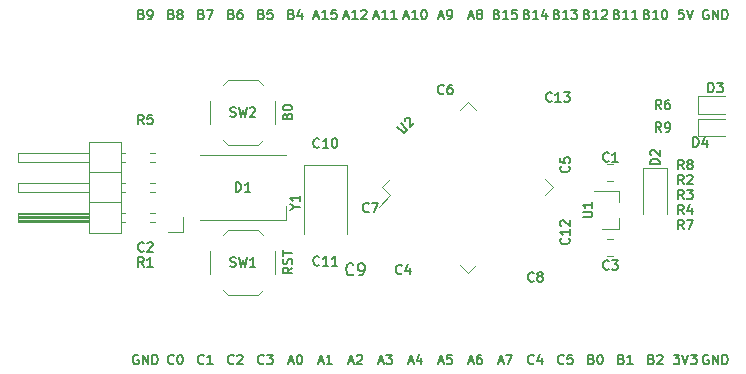
<source format=gbr>
%TF.GenerationSoftware,KiCad,Pcbnew,5.1.6+dfsg1-1*%
%TF.CreationDate,2020-08-04T18:23:16+08:00*%
%TF.ProjectId,stm32dev,73746d33-3264-4657-962e-6b696361645f,b*%
%TF.SameCoordinates,Original*%
%TF.FileFunction,Legend,Top*%
%TF.FilePolarity,Positive*%
%FSLAX46Y46*%
G04 Gerber Fmt 4.6, Leading zero omitted, Abs format (unit mm)*
G04 Created by KiCad (PCBNEW 5.1.6+dfsg1-1) date 2020-08-04 18:23:16*
%MOMM*%
%LPD*%
G01*
G04 APERTURE LIST*
%ADD10C,0.150000*%
%ADD11C,0.120000*%
G04 APERTURE END LIST*
D10*
X136467857Y-91763809D02*
X136505952Y-91649523D01*
X136544047Y-91611428D01*
X136620238Y-91573333D01*
X136734523Y-91573333D01*
X136810714Y-91611428D01*
X136848809Y-91649523D01*
X136886904Y-91725714D01*
X136886904Y-92030476D01*
X136086904Y-92030476D01*
X136086904Y-91763809D01*
X136125000Y-91687619D01*
X136163095Y-91649523D01*
X136239285Y-91611428D01*
X136315476Y-91611428D01*
X136391666Y-91649523D01*
X136429761Y-91687619D01*
X136467857Y-91763809D01*
X136467857Y-92030476D01*
X136086904Y-91078095D02*
X136086904Y-91001904D01*
X136125000Y-90925714D01*
X136163095Y-90887619D01*
X136239285Y-90849523D01*
X136391666Y-90811428D01*
X136582142Y-90811428D01*
X136734523Y-90849523D01*
X136810714Y-90887619D01*
X136848809Y-90925714D01*
X136886904Y-91001904D01*
X136886904Y-91078095D01*
X136848809Y-91154285D01*
X136810714Y-91192380D01*
X136734523Y-91230476D01*
X136582142Y-91268571D01*
X136391666Y-91268571D01*
X136239285Y-91230476D01*
X136163095Y-91192380D01*
X136125000Y-91154285D01*
X136086904Y-91078095D01*
X136886904Y-104578095D02*
X136505952Y-104844761D01*
X136886904Y-105035238D02*
X136086904Y-105035238D01*
X136086904Y-104730476D01*
X136125000Y-104654285D01*
X136163095Y-104616190D01*
X136239285Y-104578095D01*
X136353571Y-104578095D01*
X136429761Y-104616190D01*
X136467857Y-104654285D01*
X136505952Y-104730476D01*
X136505952Y-105035238D01*
X136848809Y-104273333D02*
X136886904Y-104159047D01*
X136886904Y-103968571D01*
X136848809Y-103892380D01*
X136810714Y-103854285D01*
X136734523Y-103816190D01*
X136658333Y-103816190D01*
X136582142Y-103854285D01*
X136544047Y-103892380D01*
X136505952Y-103968571D01*
X136467857Y-104120952D01*
X136429761Y-104197142D01*
X136391666Y-104235238D01*
X136315476Y-104273333D01*
X136239285Y-104273333D01*
X136163095Y-104235238D01*
X136125000Y-104197142D01*
X136086904Y-104120952D01*
X136086904Y-103930476D01*
X136125000Y-103816190D01*
X136086904Y-103587619D02*
X136086904Y-103130476D01*
X136886904Y-103359047D02*
X136086904Y-103359047D01*
X172110476Y-111995000D02*
X172034285Y-111956904D01*
X171920000Y-111956904D01*
X171805714Y-111995000D01*
X171729523Y-112071190D01*
X171691428Y-112147380D01*
X171653333Y-112299761D01*
X171653333Y-112414047D01*
X171691428Y-112566428D01*
X171729523Y-112642619D01*
X171805714Y-112718809D01*
X171920000Y-112756904D01*
X171996190Y-112756904D01*
X172110476Y-112718809D01*
X172148571Y-112680714D01*
X172148571Y-112414047D01*
X171996190Y-112414047D01*
X172491428Y-112756904D02*
X172491428Y-111956904D01*
X172948571Y-112756904D01*
X172948571Y-111956904D01*
X173329523Y-112756904D02*
X173329523Y-111956904D01*
X173520000Y-111956904D01*
X173634285Y-111995000D01*
X173710476Y-112071190D01*
X173748571Y-112147380D01*
X173786666Y-112299761D01*
X173786666Y-112414047D01*
X173748571Y-112566428D01*
X173710476Y-112642619D01*
X173634285Y-112718809D01*
X173520000Y-112756904D01*
X173329523Y-112756904D01*
X169189523Y-111956904D02*
X169684761Y-111956904D01*
X169418095Y-112261666D01*
X169532380Y-112261666D01*
X169608571Y-112299761D01*
X169646666Y-112337857D01*
X169684761Y-112414047D01*
X169684761Y-112604523D01*
X169646666Y-112680714D01*
X169608571Y-112718809D01*
X169532380Y-112756904D01*
X169303809Y-112756904D01*
X169227619Y-112718809D01*
X169189523Y-112680714D01*
X169913333Y-111956904D02*
X170180000Y-112756904D01*
X170446666Y-111956904D01*
X170637142Y-111956904D02*
X171132380Y-111956904D01*
X170865714Y-112261666D01*
X170980000Y-112261666D01*
X171056190Y-112299761D01*
X171094285Y-112337857D01*
X171132380Y-112414047D01*
X171132380Y-112604523D01*
X171094285Y-112680714D01*
X171056190Y-112718809D01*
X170980000Y-112756904D01*
X170751428Y-112756904D01*
X170675238Y-112718809D01*
X170637142Y-112680714D01*
X167316190Y-112337857D02*
X167430476Y-112375952D01*
X167468571Y-112414047D01*
X167506666Y-112490238D01*
X167506666Y-112604523D01*
X167468571Y-112680714D01*
X167430476Y-112718809D01*
X167354285Y-112756904D01*
X167049523Y-112756904D01*
X167049523Y-111956904D01*
X167316190Y-111956904D01*
X167392380Y-111995000D01*
X167430476Y-112033095D01*
X167468571Y-112109285D01*
X167468571Y-112185476D01*
X167430476Y-112261666D01*
X167392380Y-112299761D01*
X167316190Y-112337857D01*
X167049523Y-112337857D01*
X167811428Y-112033095D02*
X167849523Y-111995000D01*
X167925714Y-111956904D01*
X168116190Y-111956904D01*
X168192380Y-111995000D01*
X168230476Y-112033095D01*
X168268571Y-112109285D01*
X168268571Y-112185476D01*
X168230476Y-112299761D01*
X167773333Y-112756904D01*
X168268571Y-112756904D01*
X164776190Y-112337857D02*
X164890476Y-112375952D01*
X164928571Y-112414047D01*
X164966666Y-112490238D01*
X164966666Y-112604523D01*
X164928571Y-112680714D01*
X164890476Y-112718809D01*
X164814285Y-112756904D01*
X164509523Y-112756904D01*
X164509523Y-111956904D01*
X164776190Y-111956904D01*
X164852380Y-111995000D01*
X164890476Y-112033095D01*
X164928571Y-112109285D01*
X164928571Y-112185476D01*
X164890476Y-112261666D01*
X164852380Y-112299761D01*
X164776190Y-112337857D01*
X164509523Y-112337857D01*
X165728571Y-112756904D02*
X165271428Y-112756904D01*
X165500000Y-112756904D02*
X165500000Y-111956904D01*
X165423809Y-112071190D01*
X165347619Y-112147380D01*
X165271428Y-112185476D01*
X162236190Y-112337857D02*
X162350476Y-112375952D01*
X162388571Y-112414047D01*
X162426666Y-112490238D01*
X162426666Y-112604523D01*
X162388571Y-112680714D01*
X162350476Y-112718809D01*
X162274285Y-112756904D01*
X161969523Y-112756904D01*
X161969523Y-111956904D01*
X162236190Y-111956904D01*
X162312380Y-111995000D01*
X162350476Y-112033095D01*
X162388571Y-112109285D01*
X162388571Y-112185476D01*
X162350476Y-112261666D01*
X162312380Y-112299761D01*
X162236190Y-112337857D01*
X161969523Y-112337857D01*
X162921904Y-111956904D02*
X162998095Y-111956904D01*
X163074285Y-111995000D01*
X163112380Y-112033095D01*
X163150476Y-112109285D01*
X163188571Y-112261666D01*
X163188571Y-112452142D01*
X163150476Y-112604523D01*
X163112380Y-112680714D01*
X163074285Y-112718809D01*
X162998095Y-112756904D01*
X162921904Y-112756904D01*
X162845714Y-112718809D01*
X162807619Y-112680714D01*
X162769523Y-112604523D01*
X162731428Y-112452142D01*
X162731428Y-112261666D01*
X162769523Y-112109285D01*
X162807619Y-112033095D01*
X162845714Y-111995000D01*
X162921904Y-111956904D01*
X159886666Y-112680714D02*
X159848571Y-112718809D01*
X159734285Y-112756904D01*
X159658095Y-112756904D01*
X159543809Y-112718809D01*
X159467619Y-112642619D01*
X159429523Y-112566428D01*
X159391428Y-112414047D01*
X159391428Y-112299761D01*
X159429523Y-112147380D01*
X159467619Y-112071190D01*
X159543809Y-111995000D01*
X159658095Y-111956904D01*
X159734285Y-111956904D01*
X159848571Y-111995000D01*
X159886666Y-112033095D01*
X160610476Y-111956904D02*
X160229523Y-111956904D01*
X160191428Y-112337857D01*
X160229523Y-112299761D01*
X160305714Y-112261666D01*
X160496190Y-112261666D01*
X160572380Y-112299761D01*
X160610476Y-112337857D01*
X160648571Y-112414047D01*
X160648571Y-112604523D01*
X160610476Y-112680714D01*
X160572380Y-112718809D01*
X160496190Y-112756904D01*
X160305714Y-112756904D01*
X160229523Y-112718809D01*
X160191428Y-112680714D01*
X157346666Y-112680714D02*
X157308571Y-112718809D01*
X157194285Y-112756904D01*
X157118095Y-112756904D01*
X157003809Y-112718809D01*
X156927619Y-112642619D01*
X156889523Y-112566428D01*
X156851428Y-112414047D01*
X156851428Y-112299761D01*
X156889523Y-112147380D01*
X156927619Y-112071190D01*
X157003809Y-111995000D01*
X157118095Y-111956904D01*
X157194285Y-111956904D01*
X157308571Y-111995000D01*
X157346666Y-112033095D01*
X158032380Y-112223571D02*
X158032380Y-112756904D01*
X157841904Y-111918809D02*
X157651428Y-112490238D01*
X158146666Y-112490238D01*
X154368571Y-112528333D02*
X154749523Y-112528333D01*
X154292380Y-112756904D02*
X154559047Y-111956904D01*
X154825714Y-112756904D01*
X155016190Y-111956904D02*
X155549523Y-111956904D01*
X155206666Y-112756904D01*
X151828571Y-112528333D02*
X152209523Y-112528333D01*
X151752380Y-112756904D02*
X152019047Y-111956904D01*
X152285714Y-112756904D01*
X152895238Y-111956904D02*
X152742857Y-111956904D01*
X152666666Y-111995000D01*
X152628571Y-112033095D01*
X152552380Y-112147380D01*
X152514285Y-112299761D01*
X152514285Y-112604523D01*
X152552380Y-112680714D01*
X152590476Y-112718809D01*
X152666666Y-112756904D01*
X152819047Y-112756904D01*
X152895238Y-112718809D01*
X152933333Y-112680714D01*
X152971428Y-112604523D01*
X152971428Y-112414047D01*
X152933333Y-112337857D01*
X152895238Y-112299761D01*
X152819047Y-112261666D01*
X152666666Y-112261666D01*
X152590476Y-112299761D01*
X152552380Y-112337857D01*
X152514285Y-112414047D01*
X149288571Y-112528333D02*
X149669523Y-112528333D01*
X149212380Y-112756904D02*
X149479047Y-111956904D01*
X149745714Y-112756904D01*
X150393333Y-111956904D02*
X150012380Y-111956904D01*
X149974285Y-112337857D01*
X150012380Y-112299761D01*
X150088571Y-112261666D01*
X150279047Y-112261666D01*
X150355238Y-112299761D01*
X150393333Y-112337857D01*
X150431428Y-112414047D01*
X150431428Y-112604523D01*
X150393333Y-112680714D01*
X150355238Y-112718809D01*
X150279047Y-112756904D01*
X150088571Y-112756904D01*
X150012380Y-112718809D01*
X149974285Y-112680714D01*
X146748571Y-112528333D02*
X147129523Y-112528333D01*
X146672380Y-112756904D02*
X146939047Y-111956904D01*
X147205714Y-112756904D01*
X147815238Y-112223571D02*
X147815238Y-112756904D01*
X147624761Y-111918809D02*
X147434285Y-112490238D01*
X147929523Y-112490238D01*
X144208571Y-112528333D02*
X144589523Y-112528333D01*
X144132380Y-112756904D02*
X144399047Y-111956904D01*
X144665714Y-112756904D01*
X144856190Y-111956904D02*
X145351428Y-111956904D01*
X145084761Y-112261666D01*
X145199047Y-112261666D01*
X145275238Y-112299761D01*
X145313333Y-112337857D01*
X145351428Y-112414047D01*
X145351428Y-112604523D01*
X145313333Y-112680714D01*
X145275238Y-112718809D01*
X145199047Y-112756904D01*
X144970476Y-112756904D01*
X144894285Y-112718809D01*
X144856190Y-112680714D01*
X141668571Y-112528333D02*
X142049523Y-112528333D01*
X141592380Y-112756904D02*
X141859047Y-111956904D01*
X142125714Y-112756904D01*
X142354285Y-112033095D02*
X142392380Y-111995000D01*
X142468571Y-111956904D01*
X142659047Y-111956904D01*
X142735238Y-111995000D01*
X142773333Y-112033095D01*
X142811428Y-112109285D01*
X142811428Y-112185476D01*
X142773333Y-112299761D01*
X142316190Y-112756904D01*
X142811428Y-112756904D01*
X166935238Y-83127857D02*
X167049523Y-83165952D01*
X167087619Y-83204047D01*
X167125714Y-83280238D01*
X167125714Y-83394523D01*
X167087619Y-83470714D01*
X167049523Y-83508809D01*
X166973333Y-83546904D01*
X166668571Y-83546904D01*
X166668571Y-82746904D01*
X166935238Y-82746904D01*
X167011428Y-82785000D01*
X167049523Y-82823095D01*
X167087619Y-82899285D01*
X167087619Y-82975476D01*
X167049523Y-83051666D01*
X167011428Y-83089761D01*
X166935238Y-83127857D01*
X166668571Y-83127857D01*
X167887619Y-83546904D02*
X167430476Y-83546904D01*
X167659047Y-83546904D02*
X167659047Y-82746904D01*
X167582857Y-82861190D01*
X167506666Y-82937380D01*
X167430476Y-82975476D01*
X168382857Y-82746904D02*
X168459047Y-82746904D01*
X168535238Y-82785000D01*
X168573333Y-82823095D01*
X168611428Y-82899285D01*
X168649523Y-83051666D01*
X168649523Y-83242142D01*
X168611428Y-83394523D01*
X168573333Y-83470714D01*
X168535238Y-83508809D01*
X168459047Y-83546904D01*
X168382857Y-83546904D01*
X168306666Y-83508809D01*
X168268571Y-83470714D01*
X168230476Y-83394523D01*
X168192380Y-83242142D01*
X168192380Y-83051666D01*
X168230476Y-82899285D01*
X168268571Y-82823095D01*
X168306666Y-82785000D01*
X168382857Y-82746904D01*
X164395238Y-83127857D02*
X164509523Y-83165952D01*
X164547619Y-83204047D01*
X164585714Y-83280238D01*
X164585714Y-83394523D01*
X164547619Y-83470714D01*
X164509523Y-83508809D01*
X164433333Y-83546904D01*
X164128571Y-83546904D01*
X164128571Y-82746904D01*
X164395238Y-82746904D01*
X164471428Y-82785000D01*
X164509523Y-82823095D01*
X164547619Y-82899285D01*
X164547619Y-82975476D01*
X164509523Y-83051666D01*
X164471428Y-83089761D01*
X164395238Y-83127857D01*
X164128571Y-83127857D01*
X165347619Y-83546904D02*
X164890476Y-83546904D01*
X165119047Y-83546904D02*
X165119047Y-82746904D01*
X165042857Y-82861190D01*
X164966666Y-82937380D01*
X164890476Y-82975476D01*
X166109523Y-83546904D02*
X165652380Y-83546904D01*
X165880952Y-83546904D02*
X165880952Y-82746904D01*
X165804761Y-82861190D01*
X165728571Y-82937380D01*
X165652380Y-82975476D01*
X161855238Y-83127857D02*
X161969523Y-83165952D01*
X162007619Y-83204047D01*
X162045714Y-83280238D01*
X162045714Y-83394523D01*
X162007619Y-83470714D01*
X161969523Y-83508809D01*
X161893333Y-83546904D01*
X161588571Y-83546904D01*
X161588571Y-82746904D01*
X161855238Y-82746904D01*
X161931428Y-82785000D01*
X161969523Y-82823095D01*
X162007619Y-82899285D01*
X162007619Y-82975476D01*
X161969523Y-83051666D01*
X161931428Y-83089761D01*
X161855238Y-83127857D01*
X161588571Y-83127857D01*
X162807619Y-83546904D02*
X162350476Y-83546904D01*
X162579047Y-83546904D02*
X162579047Y-82746904D01*
X162502857Y-82861190D01*
X162426666Y-82937380D01*
X162350476Y-82975476D01*
X163112380Y-82823095D02*
X163150476Y-82785000D01*
X163226666Y-82746904D01*
X163417142Y-82746904D01*
X163493333Y-82785000D01*
X163531428Y-82823095D01*
X163569523Y-82899285D01*
X163569523Y-82975476D01*
X163531428Y-83089761D01*
X163074285Y-83546904D01*
X163569523Y-83546904D01*
X159315238Y-83127857D02*
X159429523Y-83165952D01*
X159467619Y-83204047D01*
X159505714Y-83280238D01*
X159505714Y-83394523D01*
X159467619Y-83470714D01*
X159429523Y-83508809D01*
X159353333Y-83546904D01*
X159048571Y-83546904D01*
X159048571Y-82746904D01*
X159315238Y-82746904D01*
X159391428Y-82785000D01*
X159429523Y-82823095D01*
X159467619Y-82899285D01*
X159467619Y-82975476D01*
X159429523Y-83051666D01*
X159391428Y-83089761D01*
X159315238Y-83127857D01*
X159048571Y-83127857D01*
X160267619Y-83546904D02*
X159810476Y-83546904D01*
X160039047Y-83546904D02*
X160039047Y-82746904D01*
X159962857Y-82861190D01*
X159886666Y-82937380D01*
X159810476Y-82975476D01*
X160534285Y-82746904D02*
X161029523Y-82746904D01*
X160762857Y-83051666D01*
X160877142Y-83051666D01*
X160953333Y-83089761D01*
X160991428Y-83127857D01*
X161029523Y-83204047D01*
X161029523Y-83394523D01*
X160991428Y-83470714D01*
X160953333Y-83508809D01*
X160877142Y-83546904D01*
X160648571Y-83546904D01*
X160572380Y-83508809D01*
X160534285Y-83470714D01*
X156775238Y-83127857D02*
X156889523Y-83165952D01*
X156927619Y-83204047D01*
X156965714Y-83280238D01*
X156965714Y-83394523D01*
X156927619Y-83470714D01*
X156889523Y-83508809D01*
X156813333Y-83546904D01*
X156508571Y-83546904D01*
X156508571Y-82746904D01*
X156775238Y-82746904D01*
X156851428Y-82785000D01*
X156889523Y-82823095D01*
X156927619Y-82899285D01*
X156927619Y-82975476D01*
X156889523Y-83051666D01*
X156851428Y-83089761D01*
X156775238Y-83127857D01*
X156508571Y-83127857D01*
X157727619Y-83546904D02*
X157270476Y-83546904D01*
X157499047Y-83546904D02*
X157499047Y-82746904D01*
X157422857Y-82861190D01*
X157346666Y-82937380D01*
X157270476Y-82975476D01*
X158413333Y-83013571D02*
X158413333Y-83546904D01*
X158222857Y-82708809D02*
X158032380Y-83280238D01*
X158527619Y-83280238D01*
X154235238Y-83127857D02*
X154349523Y-83165952D01*
X154387619Y-83204047D01*
X154425714Y-83280238D01*
X154425714Y-83394523D01*
X154387619Y-83470714D01*
X154349523Y-83508809D01*
X154273333Y-83546904D01*
X153968571Y-83546904D01*
X153968571Y-82746904D01*
X154235238Y-82746904D01*
X154311428Y-82785000D01*
X154349523Y-82823095D01*
X154387619Y-82899285D01*
X154387619Y-82975476D01*
X154349523Y-83051666D01*
X154311428Y-83089761D01*
X154235238Y-83127857D01*
X153968571Y-83127857D01*
X155187619Y-83546904D02*
X154730476Y-83546904D01*
X154959047Y-83546904D02*
X154959047Y-82746904D01*
X154882857Y-82861190D01*
X154806666Y-82937380D01*
X154730476Y-82975476D01*
X155911428Y-82746904D02*
X155530476Y-82746904D01*
X155492380Y-83127857D01*
X155530476Y-83089761D01*
X155606666Y-83051666D01*
X155797142Y-83051666D01*
X155873333Y-83089761D01*
X155911428Y-83127857D01*
X155949523Y-83204047D01*
X155949523Y-83394523D01*
X155911428Y-83470714D01*
X155873333Y-83508809D01*
X155797142Y-83546904D01*
X155606666Y-83546904D01*
X155530476Y-83508809D01*
X155492380Y-83470714D01*
X151828571Y-83318333D02*
X152209523Y-83318333D01*
X151752380Y-83546904D02*
X152019047Y-82746904D01*
X152285714Y-83546904D01*
X152666666Y-83089761D02*
X152590476Y-83051666D01*
X152552380Y-83013571D01*
X152514285Y-82937380D01*
X152514285Y-82899285D01*
X152552380Y-82823095D01*
X152590476Y-82785000D01*
X152666666Y-82746904D01*
X152819047Y-82746904D01*
X152895238Y-82785000D01*
X152933333Y-82823095D01*
X152971428Y-82899285D01*
X152971428Y-82937380D01*
X152933333Y-83013571D01*
X152895238Y-83051666D01*
X152819047Y-83089761D01*
X152666666Y-83089761D01*
X152590476Y-83127857D01*
X152552380Y-83165952D01*
X152514285Y-83242142D01*
X152514285Y-83394523D01*
X152552380Y-83470714D01*
X152590476Y-83508809D01*
X152666666Y-83546904D01*
X152819047Y-83546904D01*
X152895238Y-83508809D01*
X152933333Y-83470714D01*
X152971428Y-83394523D01*
X152971428Y-83242142D01*
X152933333Y-83165952D01*
X152895238Y-83127857D01*
X152819047Y-83089761D01*
X149288571Y-83318333D02*
X149669523Y-83318333D01*
X149212380Y-83546904D02*
X149479047Y-82746904D01*
X149745714Y-83546904D01*
X150050476Y-83546904D02*
X150202857Y-83546904D01*
X150279047Y-83508809D01*
X150317142Y-83470714D01*
X150393333Y-83356428D01*
X150431428Y-83204047D01*
X150431428Y-82899285D01*
X150393333Y-82823095D01*
X150355238Y-82785000D01*
X150279047Y-82746904D01*
X150126666Y-82746904D01*
X150050476Y-82785000D01*
X150012380Y-82823095D01*
X149974285Y-82899285D01*
X149974285Y-83089761D01*
X150012380Y-83165952D01*
X150050476Y-83204047D01*
X150126666Y-83242142D01*
X150279047Y-83242142D01*
X150355238Y-83204047D01*
X150393333Y-83165952D01*
X150431428Y-83089761D01*
X146367619Y-83318333D02*
X146748571Y-83318333D01*
X146291428Y-83546904D02*
X146558095Y-82746904D01*
X146824761Y-83546904D01*
X147510476Y-83546904D02*
X147053333Y-83546904D01*
X147281904Y-83546904D02*
X147281904Y-82746904D01*
X147205714Y-82861190D01*
X147129523Y-82937380D01*
X147053333Y-82975476D01*
X148005714Y-82746904D02*
X148081904Y-82746904D01*
X148158095Y-82785000D01*
X148196190Y-82823095D01*
X148234285Y-82899285D01*
X148272380Y-83051666D01*
X148272380Y-83242142D01*
X148234285Y-83394523D01*
X148196190Y-83470714D01*
X148158095Y-83508809D01*
X148081904Y-83546904D01*
X148005714Y-83546904D01*
X147929523Y-83508809D01*
X147891428Y-83470714D01*
X147853333Y-83394523D01*
X147815238Y-83242142D01*
X147815238Y-83051666D01*
X147853333Y-82899285D01*
X147891428Y-82823095D01*
X147929523Y-82785000D01*
X148005714Y-82746904D01*
X143827619Y-83318333D02*
X144208571Y-83318333D01*
X143751428Y-83546904D02*
X144018095Y-82746904D01*
X144284761Y-83546904D01*
X144970476Y-83546904D02*
X144513333Y-83546904D01*
X144741904Y-83546904D02*
X144741904Y-82746904D01*
X144665714Y-82861190D01*
X144589523Y-82937380D01*
X144513333Y-82975476D01*
X145732380Y-83546904D02*
X145275238Y-83546904D01*
X145503809Y-83546904D02*
X145503809Y-82746904D01*
X145427619Y-82861190D01*
X145351428Y-82937380D01*
X145275238Y-82975476D01*
X141287619Y-83318333D02*
X141668571Y-83318333D01*
X141211428Y-83546904D02*
X141478095Y-82746904D01*
X141744761Y-83546904D01*
X142430476Y-83546904D02*
X141973333Y-83546904D01*
X142201904Y-83546904D02*
X142201904Y-82746904D01*
X142125714Y-82861190D01*
X142049523Y-82937380D01*
X141973333Y-82975476D01*
X142735238Y-82823095D02*
X142773333Y-82785000D01*
X142849523Y-82746904D01*
X143040000Y-82746904D01*
X143116190Y-82785000D01*
X143154285Y-82823095D01*
X143192380Y-82899285D01*
X143192380Y-82975476D01*
X143154285Y-83089761D01*
X142697142Y-83546904D01*
X143192380Y-83546904D01*
X138747619Y-83318333D02*
X139128571Y-83318333D01*
X138671428Y-83546904D02*
X138938095Y-82746904D01*
X139204761Y-83546904D01*
X139890476Y-83546904D02*
X139433333Y-83546904D01*
X139661904Y-83546904D02*
X139661904Y-82746904D01*
X139585714Y-82861190D01*
X139509523Y-82937380D01*
X139433333Y-82975476D01*
X140614285Y-82746904D02*
X140233333Y-82746904D01*
X140195238Y-83127857D01*
X140233333Y-83089761D01*
X140309523Y-83051666D01*
X140500000Y-83051666D01*
X140576190Y-83089761D01*
X140614285Y-83127857D01*
X140652380Y-83204047D01*
X140652380Y-83394523D01*
X140614285Y-83470714D01*
X140576190Y-83508809D01*
X140500000Y-83546904D01*
X140309523Y-83546904D01*
X140233333Y-83508809D01*
X140195238Y-83470714D01*
X136836190Y-83127857D02*
X136950476Y-83165952D01*
X136988571Y-83204047D01*
X137026666Y-83280238D01*
X137026666Y-83394523D01*
X136988571Y-83470714D01*
X136950476Y-83508809D01*
X136874285Y-83546904D01*
X136569523Y-83546904D01*
X136569523Y-82746904D01*
X136836190Y-82746904D01*
X136912380Y-82785000D01*
X136950476Y-82823095D01*
X136988571Y-82899285D01*
X136988571Y-82975476D01*
X136950476Y-83051666D01*
X136912380Y-83089761D01*
X136836190Y-83127857D01*
X136569523Y-83127857D01*
X137712380Y-83013571D02*
X137712380Y-83546904D01*
X137521904Y-82708809D02*
X137331428Y-83280238D01*
X137826666Y-83280238D01*
X134296190Y-83127857D02*
X134410476Y-83165952D01*
X134448571Y-83204047D01*
X134486666Y-83280238D01*
X134486666Y-83394523D01*
X134448571Y-83470714D01*
X134410476Y-83508809D01*
X134334285Y-83546904D01*
X134029523Y-83546904D01*
X134029523Y-82746904D01*
X134296190Y-82746904D01*
X134372380Y-82785000D01*
X134410476Y-82823095D01*
X134448571Y-82899285D01*
X134448571Y-82975476D01*
X134410476Y-83051666D01*
X134372380Y-83089761D01*
X134296190Y-83127857D01*
X134029523Y-83127857D01*
X135210476Y-82746904D02*
X134829523Y-82746904D01*
X134791428Y-83127857D01*
X134829523Y-83089761D01*
X134905714Y-83051666D01*
X135096190Y-83051666D01*
X135172380Y-83089761D01*
X135210476Y-83127857D01*
X135248571Y-83204047D01*
X135248571Y-83394523D01*
X135210476Y-83470714D01*
X135172380Y-83508809D01*
X135096190Y-83546904D01*
X134905714Y-83546904D01*
X134829523Y-83508809D01*
X134791428Y-83470714D01*
X131756190Y-83127857D02*
X131870476Y-83165952D01*
X131908571Y-83204047D01*
X131946666Y-83280238D01*
X131946666Y-83394523D01*
X131908571Y-83470714D01*
X131870476Y-83508809D01*
X131794285Y-83546904D01*
X131489523Y-83546904D01*
X131489523Y-82746904D01*
X131756190Y-82746904D01*
X131832380Y-82785000D01*
X131870476Y-82823095D01*
X131908571Y-82899285D01*
X131908571Y-82975476D01*
X131870476Y-83051666D01*
X131832380Y-83089761D01*
X131756190Y-83127857D01*
X131489523Y-83127857D01*
X132632380Y-82746904D02*
X132480000Y-82746904D01*
X132403809Y-82785000D01*
X132365714Y-82823095D01*
X132289523Y-82937380D01*
X132251428Y-83089761D01*
X132251428Y-83394523D01*
X132289523Y-83470714D01*
X132327619Y-83508809D01*
X132403809Y-83546904D01*
X132556190Y-83546904D01*
X132632380Y-83508809D01*
X132670476Y-83470714D01*
X132708571Y-83394523D01*
X132708571Y-83204047D01*
X132670476Y-83127857D01*
X132632380Y-83089761D01*
X132556190Y-83051666D01*
X132403809Y-83051666D01*
X132327619Y-83089761D01*
X132289523Y-83127857D01*
X132251428Y-83204047D01*
X129216190Y-83127857D02*
X129330476Y-83165952D01*
X129368571Y-83204047D01*
X129406666Y-83280238D01*
X129406666Y-83394523D01*
X129368571Y-83470714D01*
X129330476Y-83508809D01*
X129254285Y-83546904D01*
X128949523Y-83546904D01*
X128949523Y-82746904D01*
X129216190Y-82746904D01*
X129292380Y-82785000D01*
X129330476Y-82823095D01*
X129368571Y-82899285D01*
X129368571Y-82975476D01*
X129330476Y-83051666D01*
X129292380Y-83089761D01*
X129216190Y-83127857D01*
X128949523Y-83127857D01*
X129673333Y-82746904D02*
X130206666Y-82746904D01*
X129863809Y-83546904D01*
X139128571Y-112528333D02*
X139509523Y-112528333D01*
X139052380Y-112756904D02*
X139319047Y-111956904D01*
X139585714Y-112756904D01*
X140271428Y-112756904D02*
X139814285Y-112756904D01*
X140042857Y-112756904D02*
X140042857Y-111956904D01*
X139966666Y-112071190D01*
X139890476Y-112147380D01*
X139814285Y-112185476D01*
X136588571Y-112528333D02*
X136969523Y-112528333D01*
X136512380Y-112756904D02*
X136779047Y-111956904D01*
X137045714Y-112756904D01*
X137464761Y-111956904D02*
X137540952Y-111956904D01*
X137617142Y-111995000D01*
X137655238Y-112033095D01*
X137693333Y-112109285D01*
X137731428Y-112261666D01*
X137731428Y-112452142D01*
X137693333Y-112604523D01*
X137655238Y-112680714D01*
X137617142Y-112718809D01*
X137540952Y-112756904D01*
X137464761Y-112756904D01*
X137388571Y-112718809D01*
X137350476Y-112680714D01*
X137312380Y-112604523D01*
X137274285Y-112452142D01*
X137274285Y-112261666D01*
X137312380Y-112109285D01*
X137350476Y-112033095D01*
X137388571Y-111995000D01*
X137464761Y-111956904D01*
X134486666Y-112680714D02*
X134448571Y-112718809D01*
X134334285Y-112756904D01*
X134258095Y-112756904D01*
X134143809Y-112718809D01*
X134067619Y-112642619D01*
X134029523Y-112566428D01*
X133991428Y-112414047D01*
X133991428Y-112299761D01*
X134029523Y-112147380D01*
X134067619Y-112071190D01*
X134143809Y-111995000D01*
X134258095Y-111956904D01*
X134334285Y-111956904D01*
X134448571Y-111995000D01*
X134486666Y-112033095D01*
X134753333Y-111956904D02*
X135248571Y-111956904D01*
X134981904Y-112261666D01*
X135096190Y-112261666D01*
X135172380Y-112299761D01*
X135210476Y-112337857D01*
X135248571Y-112414047D01*
X135248571Y-112604523D01*
X135210476Y-112680714D01*
X135172380Y-112718809D01*
X135096190Y-112756904D01*
X134867619Y-112756904D01*
X134791428Y-112718809D01*
X134753333Y-112680714D01*
X131946666Y-112680714D02*
X131908571Y-112718809D01*
X131794285Y-112756904D01*
X131718095Y-112756904D01*
X131603809Y-112718809D01*
X131527619Y-112642619D01*
X131489523Y-112566428D01*
X131451428Y-112414047D01*
X131451428Y-112299761D01*
X131489523Y-112147380D01*
X131527619Y-112071190D01*
X131603809Y-111995000D01*
X131718095Y-111956904D01*
X131794285Y-111956904D01*
X131908571Y-111995000D01*
X131946666Y-112033095D01*
X132251428Y-112033095D02*
X132289523Y-111995000D01*
X132365714Y-111956904D01*
X132556190Y-111956904D01*
X132632380Y-111995000D01*
X132670476Y-112033095D01*
X132708571Y-112109285D01*
X132708571Y-112185476D01*
X132670476Y-112299761D01*
X132213333Y-112756904D01*
X132708571Y-112756904D01*
X129406666Y-112680714D02*
X129368571Y-112718809D01*
X129254285Y-112756904D01*
X129178095Y-112756904D01*
X129063809Y-112718809D01*
X128987619Y-112642619D01*
X128949523Y-112566428D01*
X128911428Y-112414047D01*
X128911428Y-112299761D01*
X128949523Y-112147380D01*
X128987619Y-112071190D01*
X129063809Y-111995000D01*
X129178095Y-111956904D01*
X129254285Y-111956904D01*
X129368571Y-111995000D01*
X129406666Y-112033095D01*
X130168571Y-112756904D02*
X129711428Y-112756904D01*
X129940000Y-112756904D02*
X129940000Y-111956904D01*
X129863809Y-112071190D01*
X129787619Y-112147380D01*
X129711428Y-112185476D01*
X126866666Y-112680714D02*
X126828571Y-112718809D01*
X126714285Y-112756904D01*
X126638095Y-112756904D01*
X126523809Y-112718809D01*
X126447619Y-112642619D01*
X126409523Y-112566428D01*
X126371428Y-112414047D01*
X126371428Y-112299761D01*
X126409523Y-112147380D01*
X126447619Y-112071190D01*
X126523809Y-111995000D01*
X126638095Y-111956904D01*
X126714285Y-111956904D01*
X126828571Y-111995000D01*
X126866666Y-112033095D01*
X127361904Y-111956904D02*
X127438095Y-111956904D01*
X127514285Y-111995000D01*
X127552380Y-112033095D01*
X127590476Y-112109285D01*
X127628571Y-112261666D01*
X127628571Y-112452142D01*
X127590476Y-112604523D01*
X127552380Y-112680714D01*
X127514285Y-112718809D01*
X127438095Y-112756904D01*
X127361904Y-112756904D01*
X127285714Y-112718809D01*
X127247619Y-112680714D01*
X127209523Y-112604523D01*
X127171428Y-112452142D01*
X127171428Y-112261666D01*
X127209523Y-112109285D01*
X127247619Y-112033095D01*
X127285714Y-111995000D01*
X127361904Y-111956904D01*
X123850476Y-111995000D02*
X123774285Y-111956904D01*
X123660000Y-111956904D01*
X123545714Y-111995000D01*
X123469523Y-112071190D01*
X123431428Y-112147380D01*
X123393333Y-112299761D01*
X123393333Y-112414047D01*
X123431428Y-112566428D01*
X123469523Y-112642619D01*
X123545714Y-112718809D01*
X123660000Y-112756904D01*
X123736190Y-112756904D01*
X123850476Y-112718809D01*
X123888571Y-112680714D01*
X123888571Y-112414047D01*
X123736190Y-112414047D01*
X124231428Y-112756904D02*
X124231428Y-111956904D01*
X124688571Y-112756904D01*
X124688571Y-111956904D01*
X125069523Y-112756904D02*
X125069523Y-111956904D01*
X125260000Y-111956904D01*
X125374285Y-111995000D01*
X125450476Y-112071190D01*
X125488571Y-112147380D01*
X125526666Y-112299761D01*
X125526666Y-112414047D01*
X125488571Y-112566428D01*
X125450476Y-112642619D01*
X125374285Y-112718809D01*
X125260000Y-112756904D01*
X125069523Y-112756904D01*
X126676190Y-83127857D02*
X126790476Y-83165952D01*
X126828571Y-83204047D01*
X126866666Y-83280238D01*
X126866666Y-83394523D01*
X126828571Y-83470714D01*
X126790476Y-83508809D01*
X126714285Y-83546904D01*
X126409523Y-83546904D01*
X126409523Y-82746904D01*
X126676190Y-82746904D01*
X126752380Y-82785000D01*
X126790476Y-82823095D01*
X126828571Y-82899285D01*
X126828571Y-82975476D01*
X126790476Y-83051666D01*
X126752380Y-83089761D01*
X126676190Y-83127857D01*
X126409523Y-83127857D01*
X127323809Y-83089761D02*
X127247619Y-83051666D01*
X127209523Y-83013571D01*
X127171428Y-82937380D01*
X127171428Y-82899285D01*
X127209523Y-82823095D01*
X127247619Y-82785000D01*
X127323809Y-82746904D01*
X127476190Y-82746904D01*
X127552380Y-82785000D01*
X127590476Y-82823095D01*
X127628571Y-82899285D01*
X127628571Y-82937380D01*
X127590476Y-83013571D01*
X127552380Y-83051666D01*
X127476190Y-83089761D01*
X127323809Y-83089761D01*
X127247619Y-83127857D01*
X127209523Y-83165952D01*
X127171428Y-83242142D01*
X127171428Y-83394523D01*
X127209523Y-83470714D01*
X127247619Y-83508809D01*
X127323809Y-83546904D01*
X127476190Y-83546904D01*
X127552380Y-83508809D01*
X127590476Y-83470714D01*
X127628571Y-83394523D01*
X127628571Y-83242142D01*
X127590476Y-83165952D01*
X127552380Y-83127857D01*
X127476190Y-83089761D01*
X124136190Y-83127857D02*
X124250476Y-83165952D01*
X124288571Y-83204047D01*
X124326666Y-83280238D01*
X124326666Y-83394523D01*
X124288571Y-83470714D01*
X124250476Y-83508809D01*
X124174285Y-83546904D01*
X123869523Y-83546904D01*
X123869523Y-82746904D01*
X124136190Y-82746904D01*
X124212380Y-82785000D01*
X124250476Y-82823095D01*
X124288571Y-82899285D01*
X124288571Y-82975476D01*
X124250476Y-83051666D01*
X124212380Y-83089761D01*
X124136190Y-83127857D01*
X123869523Y-83127857D01*
X124707619Y-83546904D02*
X124860000Y-83546904D01*
X124936190Y-83508809D01*
X124974285Y-83470714D01*
X125050476Y-83356428D01*
X125088571Y-83204047D01*
X125088571Y-82899285D01*
X125050476Y-82823095D01*
X125012380Y-82785000D01*
X124936190Y-82746904D01*
X124783809Y-82746904D01*
X124707619Y-82785000D01*
X124669523Y-82823095D01*
X124631428Y-82899285D01*
X124631428Y-83089761D01*
X124669523Y-83165952D01*
X124707619Y-83204047D01*
X124783809Y-83242142D01*
X124936190Y-83242142D01*
X125012380Y-83204047D01*
X125050476Y-83165952D01*
X125088571Y-83089761D01*
X170027619Y-82746904D02*
X169646666Y-82746904D01*
X169608571Y-83127857D01*
X169646666Y-83089761D01*
X169722857Y-83051666D01*
X169913333Y-83051666D01*
X169989523Y-83089761D01*
X170027619Y-83127857D01*
X170065714Y-83204047D01*
X170065714Y-83394523D01*
X170027619Y-83470714D01*
X169989523Y-83508809D01*
X169913333Y-83546904D01*
X169722857Y-83546904D01*
X169646666Y-83508809D01*
X169608571Y-83470714D01*
X170294285Y-82746904D02*
X170560952Y-83546904D01*
X170827619Y-82746904D01*
X172110476Y-82785000D02*
X172034285Y-82746904D01*
X171920000Y-82746904D01*
X171805714Y-82785000D01*
X171729523Y-82861190D01*
X171691428Y-82937380D01*
X171653333Y-83089761D01*
X171653333Y-83204047D01*
X171691428Y-83356428D01*
X171729523Y-83432619D01*
X171805714Y-83508809D01*
X171920000Y-83546904D01*
X171996190Y-83546904D01*
X172110476Y-83508809D01*
X172148571Y-83470714D01*
X172148571Y-83204047D01*
X171996190Y-83204047D01*
X172491428Y-83546904D02*
X172491428Y-82746904D01*
X172948571Y-83546904D01*
X172948571Y-82746904D01*
X173329523Y-83546904D02*
X173329523Y-82746904D01*
X173520000Y-82746904D01*
X173634285Y-82785000D01*
X173710476Y-82861190D01*
X173748571Y-82937380D01*
X173786666Y-83089761D01*
X173786666Y-83204047D01*
X173748571Y-83356428D01*
X173710476Y-83432619D01*
X173634285Y-83508809D01*
X173520000Y-83546904D01*
X173329523Y-83546904D01*
D11*
%TO.C,J2*%
X122385000Y-101660000D02*
X122385000Y-93920000D01*
X122385000Y-93920000D02*
X119725000Y-93920000D01*
X119725000Y-93920000D02*
X119725000Y-101660000D01*
X119725000Y-101660000D02*
X122385000Y-101660000D01*
X119725000Y-100710000D02*
X113725000Y-100710000D01*
X113725000Y-100710000D02*
X113725000Y-99950000D01*
X113725000Y-99950000D02*
X119725000Y-99950000D01*
X119725000Y-100650000D02*
X113725000Y-100650000D01*
X119725000Y-100530000D02*
X113725000Y-100530000D01*
X119725000Y-100410000D02*
X113725000Y-100410000D01*
X119725000Y-100290000D02*
X113725000Y-100290000D01*
X119725000Y-100170000D02*
X113725000Y-100170000D01*
X119725000Y-100050000D02*
X113725000Y-100050000D01*
X122782071Y-100710000D02*
X122385000Y-100710000D01*
X122782071Y-99950000D02*
X122385000Y-99950000D01*
X125255000Y-100710000D02*
X124867929Y-100710000D01*
X125255000Y-99950000D02*
X124867929Y-99950000D01*
X122385000Y-99060000D02*
X119725000Y-99060000D01*
X119725000Y-98170000D02*
X113725000Y-98170000D01*
X113725000Y-98170000D02*
X113725000Y-97410000D01*
X113725000Y-97410000D02*
X119725000Y-97410000D01*
X122782071Y-98170000D02*
X122385000Y-98170000D01*
X122782071Y-97410000D02*
X122385000Y-97410000D01*
X125322071Y-98170000D02*
X124867929Y-98170000D01*
X125322071Y-97410000D02*
X124867929Y-97410000D01*
X122385000Y-96520000D02*
X119725000Y-96520000D01*
X119725000Y-95630000D02*
X113725000Y-95630000D01*
X113725000Y-95630000D02*
X113725000Y-94870000D01*
X113725000Y-94870000D02*
X119725000Y-94870000D01*
X122782071Y-95630000D02*
X122385000Y-95630000D01*
X122782071Y-94870000D02*
X122385000Y-94870000D01*
X125322071Y-95630000D02*
X124867929Y-95630000D01*
X125322071Y-94870000D02*
X124867929Y-94870000D01*
X127635000Y-100330000D02*
X127635000Y-101600000D01*
X127635000Y-101600000D02*
X126365000Y-101600000D01*
%TO.C,SW2*%
X134415000Y-89140000D02*
X133965000Y-88690000D01*
X131015000Y-89140000D02*
X131465000Y-88690000D01*
X131015000Y-93740000D02*
X131465000Y-94190000D01*
X134415000Y-93740000D02*
X133965000Y-94190000D01*
X129965000Y-92440000D02*
X129965000Y-90440000D01*
X133965000Y-88690000D02*
X131465000Y-88690000D01*
X135465000Y-92440000D02*
X135465000Y-90440000D01*
X133965000Y-94190000D02*
X131465000Y-94190000D01*
%TO.C,SW1*%
X134415000Y-101840000D02*
X133965000Y-101390000D01*
X131015000Y-101840000D02*
X131465000Y-101390000D01*
X131015000Y-106440000D02*
X131465000Y-106890000D01*
X134415000Y-106440000D02*
X133965000Y-106890000D01*
X129965000Y-105140000D02*
X129965000Y-103140000D01*
X133965000Y-101390000D02*
X131465000Y-101390000D01*
X135465000Y-105140000D02*
X135465000Y-103140000D01*
X133965000Y-106890000D02*
X131465000Y-106890000D01*
%TO.C,D4*%
X173520000Y-91975000D02*
X171235000Y-91975000D01*
X171235000Y-91975000D02*
X171235000Y-93445000D01*
X171235000Y-93445000D02*
X173520000Y-93445000D01*
%TO.C,D2*%
X168640000Y-96175000D02*
X166640000Y-96175000D01*
X166640000Y-96175000D02*
X166640000Y-100075000D01*
X168640000Y-96175000D02*
X168640000Y-100075000D01*
%TO.C,D3*%
X173520000Y-90070000D02*
X171235000Y-90070000D01*
X171235000Y-90070000D02*
X171235000Y-91540000D01*
X171235000Y-91540000D02*
X173520000Y-91540000D01*
%TO.C,Y1*%
X137900000Y-95860000D02*
X137900000Y-101760000D01*
X141500000Y-95860000D02*
X137900000Y-95860000D01*
X141500000Y-101760000D02*
X141500000Y-95860000D01*
%TO.C,U1*%
X164590000Y-101275000D02*
X163130000Y-101275000D01*
X164590000Y-98115000D02*
X162430000Y-98115000D01*
X164590000Y-98115000D02*
X164590000Y-99045000D01*
X164590000Y-101275000D02*
X164590000Y-100345000D01*
%TO.C,D1*%
X136365000Y-100540000D02*
X136365000Y-99390000D01*
X129065000Y-100540000D02*
X136365000Y-100540000D01*
X129065000Y-95040000D02*
X136365000Y-95040000D01*
%TO.C,C3*%
X163571422Y-103580000D02*
X164088578Y-103580000D01*
X163571422Y-102160000D02*
X164088578Y-102160000D01*
%TO.C,C1*%
X164088578Y-95810000D02*
X163571422Y-95810000D01*
X164088578Y-97230000D02*
X163571422Y-97230000D01*
%TO.C,U2*%
X145210120Y-98461751D02*
X144262597Y-99409275D01*
X144538369Y-97790000D02*
X145210120Y-98461751D01*
X145210120Y-97118249D02*
X144538369Y-97790000D01*
X151765000Y-90563369D02*
X152436751Y-91235120D01*
X151093249Y-91235120D02*
X151765000Y-90563369D01*
X151765000Y-105016631D02*
X151093249Y-104344880D01*
X152436751Y-104344880D02*
X151765000Y-105016631D01*
X158991631Y-97790000D02*
X158319880Y-97118249D01*
X158319880Y-98461751D02*
X158991631Y-97790000D01*
%TO.C,C9*%
D10*
X142073333Y-105132142D02*
X142025714Y-105179761D01*
X141882857Y-105227380D01*
X141787619Y-105227380D01*
X141644761Y-105179761D01*
X141549523Y-105084523D01*
X141501904Y-104989285D01*
X141454285Y-104798809D01*
X141454285Y-104655952D01*
X141501904Y-104465476D01*
X141549523Y-104370238D01*
X141644761Y-104275000D01*
X141787619Y-104227380D01*
X141882857Y-104227380D01*
X142025714Y-104275000D01*
X142073333Y-104322619D01*
X142549523Y-105227380D02*
X142740000Y-105227380D01*
X142835238Y-105179761D01*
X142882857Y-105132142D01*
X142978095Y-104989285D01*
X143025714Y-104798809D01*
X143025714Y-104417857D01*
X142978095Y-104322619D01*
X142930476Y-104275000D01*
X142835238Y-104227380D01*
X142644761Y-104227380D01*
X142549523Y-104275000D01*
X142501904Y-104322619D01*
X142454285Y-104417857D01*
X142454285Y-104655952D01*
X142501904Y-104751190D01*
X142549523Y-104798809D01*
X142644761Y-104846428D01*
X142835238Y-104846428D01*
X142930476Y-104798809D01*
X142978095Y-104751190D01*
X143025714Y-104655952D01*
%TO.C,SW2*%
X131648333Y-91763809D02*
X131762619Y-91801904D01*
X131953095Y-91801904D01*
X132029285Y-91763809D01*
X132067380Y-91725714D01*
X132105476Y-91649523D01*
X132105476Y-91573333D01*
X132067380Y-91497142D01*
X132029285Y-91459047D01*
X131953095Y-91420952D01*
X131800714Y-91382857D01*
X131724523Y-91344761D01*
X131686428Y-91306666D01*
X131648333Y-91230476D01*
X131648333Y-91154285D01*
X131686428Y-91078095D01*
X131724523Y-91040000D01*
X131800714Y-91001904D01*
X131991190Y-91001904D01*
X132105476Y-91040000D01*
X132372142Y-91001904D02*
X132562619Y-91801904D01*
X132715000Y-91230476D01*
X132867380Y-91801904D01*
X133057857Y-91001904D01*
X133324523Y-91078095D02*
X133362619Y-91040000D01*
X133438809Y-91001904D01*
X133629285Y-91001904D01*
X133705476Y-91040000D01*
X133743571Y-91078095D01*
X133781666Y-91154285D01*
X133781666Y-91230476D01*
X133743571Y-91344761D01*
X133286428Y-91801904D01*
X133781666Y-91801904D01*
%TO.C,SW1*%
X131648333Y-104463809D02*
X131762619Y-104501904D01*
X131953095Y-104501904D01*
X132029285Y-104463809D01*
X132067380Y-104425714D01*
X132105476Y-104349523D01*
X132105476Y-104273333D01*
X132067380Y-104197142D01*
X132029285Y-104159047D01*
X131953095Y-104120952D01*
X131800714Y-104082857D01*
X131724523Y-104044761D01*
X131686428Y-104006666D01*
X131648333Y-103930476D01*
X131648333Y-103854285D01*
X131686428Y-103778095D01*
X131724523Y-103740000D01*
X131800714Y-103701904D01*
X131991190Y-103701904D01*
X132105476Y-103740000D01*
X132372142Y-103701904D02*
X132562619Y-104501904D01*
X132715000Y-103930476D01*
X132867380Y-104501904D01*
X133057857Y-103701904D01*
X133781666Y-104501904D02*
X133324523Y-104501904D01*
X133553095Y-104501904D02*
X133553095Y-103701904D01*
X133476904Y-103816190D01*
X133400714Y-103892380D01*
X133324523Y-103930476D01*
%TO.C,R8*%
X170046666Y-96246904D02*
X169780000Y-95865952D01*
X169589523Y-96246904D02*
X169589523Y-95446904D01*
X169894285Y-95446904D01*
X169970476Y-95485000D01*
X170008571Y-95523095D01*
X170046666Y-95599285D01*
X170046666Y-95713571D01*
X170008571Y-95789761D01*
X169970476Y-95827857D01*
X169894285Y-95865952D01*
X169589523Y-95865952D01*
X170503809Y-95789761D02*
X170427619Y-95751666D01*
X170389523Y-95713571D01*
X170351428Y-95637380D01*
X170351428Y-95599285D01*
X170389523Y-95523095D01*
X170427619Y-95485000D01*
X170503809Y-95446904D01*
X170656190Y-95446904D01*
X170732380Y-95485000D01*
X170770476Y-95523095D01*
X170808571Y-95599285D01*
X170808571Y-95637380D01*
X170770476Y-95713571D01*
X170732380Y-95751666D01*
X170656190Y-95789761D01*
X170503809Y-95789761D01*
X170427619Y-95827857D01*
X170389523Y-95865952D01*
X170351428Y-95942142D01*
X170351428Y-96094523D01*
X170389523Y-96170714D01*
X170427619Y-96208809D01*
X170503809Y-96246904D01*
X170656190Y-96246904D01*
X170732380Y-96208809D01*
X170770476Y-96170714D01*
X170808571Y-96094523D01*
X170808571Y-95942142D01*
X170770476Y-95865952D01*
X170732380Y-95827857D01*
X170656190Y-95789761D01*
%TO.C,R9*%
X168141666Y-93071904D02*
X167875000Y-92690952D01*
X167684523Y-93071904D02*
X167684523Y-92271904D01*
X167989285Y-92271904D01*
X168065476Y-92310000D01*
X168103571Y-92348095D01*
X168141666Y-92424285D01*
X168141666Y-92538571D01*
X168103571Y-92614761D01*
X168065476Y-92652857D01*
X167989285Y-92690952D01*
X167684523Y-92690952D01*
X168522619Y-93071904D02*
X168675000Y-93071904D01*
X168751190Y-93033809D01*
X168789285Y-92995714D01*
X168865476Y-92881428D01*
X168903571Y-92729047D01*
X168903571Y-92424285D01*
X168865476Y-92348095D01*
X168827380Y-92310000D01*
X168751190Y-92271904D01*
X168598809Y-92271904D01*
X168522619Y-92310000D01*
X168484523Y-92348095D01*
X168446428Y-92424285D01*
X168446428Y-92614761D01*
X168484523Y-92690952D01*
X168522619Y-92729047D01*
X168598809Y-92767142D01*
X168751190Y-92767142D01*
X168827380Y-92729047D01*
X168865476Y-92690952D01*
X168903571Y-92614761D01*
%TO.C,R7*%
X170046666Y-101326904D02*
X169780000Y-100945952D01*
X169589523Y-101326904D02*
X169589523Y-100526904D01*
X169894285Y-100526904D01*
X169970476Y-100565000D01*
X170008571Y-100603095D01*
X170046666Y-100679285D01*
X170046666Y-100793571D01*
X170008571Y-100869761D01*
X169970476Y-100907857D01*
X169894285Y-100945952D01*
X169589523Y-100945952D01*
X170313333Y-100526904D02*
X170846666Y-100526904D01*
X170503809Y-101326904D01*
%TO.C,R6*%
X168141666Y-91166904D02*
X167875000Y-90785952D01*
X167684523Y-91166904D02*
X167684523Y-90366904D01*
X167989285Y-90366904D01*
X168065476Y-90405000D01*
X168103571Y-90443095D01*
X168141666Y-90519285D01*
X168141666Y-90633571D01*
X168103571Y-90709761D01*
X168065476Y-90747857D01*
X167989285Y-90785952D01*
X167684523Y-90785952D01*
X168827380Y-90366904D02*
X168675000Y-90366904D01*
X168598809Y-90405000D01*
X168560714Y-90443095D01*
X168484523Y-90557380D01*
X168446428Y-90709761D01*
X168446428Y-91014523D01*
X168484523Y-91090714D01*
X168522619Y-91128809D01*
X168598809Y-91166904D01*
X168751190Y-91166904D01*
X168827380Y-91128809D01*
X168865476Y-91090714D01*
X168903571Y-91014523D01*
X168903571Y-90824047D01*
X168865476Y-90747857D01*
X168827380Y-90709761D01*
X168751190Y-90671666D01*
X168598809Y-90671666D01*
X168522619Y-90709761D01*
X168484523Y-90747857D01*
X168446428Y-90824047D01*
%TO.C,R4*%
X170046666Y-100056904D02*
X169780000Y-99675952D01*
X169589523Y-100056904D02*
X169589523Y-99256904D01*
X169894285Y-99256904D01*
X169970476Y-99295000D01*
X170008571Y-99333095D01*
X170046666Y-99409285D01*
X170046666Y-99523571D01*
X170008571Y-99599761D01*
X169970476Y-99637857D01*
X169894285Y-99675952D01*
X169589523Y-99675952D01*
X170732380Y-99523571D02*
X170732380Y-100056904D01*
X170541904Y-99218809D02*
X170351428Y-99790238D01*
X170846666Y-99790238D01*
%TO.C,R3*%
X170046666Y-98786904D02*
X169780000Y-98405952D01*
X169589523Y-98786904D02*
X169589523Y-97986904D01*
X169894285Y-97986904D01*
X169970476Y-98025000D01*
X170008571Y-98063095D01*
X170046666Y-98139285D01*
X170046666Y-98253571D01*
X170008571Y-98329761D01*
X169970476Y-98367857D01*
X169894285Y-98405952D01*
X169589523Y-98405952D01*
X170313333Y-97986904D02*
X170808571Y-97986904D01*
X170541904Y-98291666D01*
X170656190Y-98291666D01*
X170732380Y-98329761D01*
X170770476Y-98367857D01*
X170808571Y-98444047D01*
X170808571Y-98634523D01*
X170770476Y-98710714D01*
X170732380Y-98748809D01*
X170656190Y-98786904D01*
X170427619Y-98786904D01*
X170351428Y-98748809D01*
X170313333Y-98710714D01*
%TO.C,R2*%
X170046666Y-97516904D02*
X169780000Y-97135952D01*
X169589523Y-97516904D02*
X169589523Y-96716904D01*
X169894285Y-96716904D01*
X169970476Y-96755000D01*
X170008571Y-96793095D01*
X170046666Y-96869285D01*
X170046666Y-96983571D01*
X170008571Y-97059761D01*
X169970476Y-97097857D01*
X169894285Y-97135952D01*
X169589523Y-97135952D01*
X170351428Y-96793095D02*
X170389523Y-96755000D01*
X170465714Y-96716904D01*
X170656190Y-96716904D01*
X170732380Y-96755000D01*
X170770476Y-96793095D01*
X170808571Y-96869285D01*
X170808571Y-96945476D01*
X170770476Y-97059761D01*
X170313333Y-97516904D01*
X170808571Y-97516904D01*
%TO.C,R5*%
X124326666Y-92436904D02*
X124060000Y-92055952D01*
X123869523Y-92436904D02*
X123869523Y-91636904D01*
X124174285Y-91636904D01*
X124250476Y-91675000D01*
X124288571Y-91713095D01*
X124326666Y-91789285D01*
X124326666Y-91903571D01*
X124288571Y-91979761D01*
X124250476Y-92017857D01*
X124174285Y-92055952D01*
X123869523Y-92055952D01*
X125050476Y-91636904D02*
X124669523Y-91636904D01*
X124631428Y-92017857D01*
X124669523Y-91979761D01*
X124745714Y-91941666D01*
X124936190Y-91941666D01*
X125012380Y-91979761D01*
X125050476Y-92017857D01*
X125088571Y-92094047D01*
X125088571Y-92284523D01*
X125050476Y-92360714D01*
X125012380Y-92398809D01*
X124936190Y-92436904D01*
X124745714Y-92436904D01*
X124669523Y-92398809D01*
X124631428Y-92360714D01*
%TO.C,R1*%
X124326666Y-104501904D02*
X124060000Y-104120952D01*
X123869523Y-104501904D02*
X123869523Y-103701904D01*
X124174285Y-103701904D01*
X124250476Y-103740000D01*
X124288571Y-103778095D01*
X124326666Y-103854285D01*
X124326666Y-103968571D01*
X124288571Y-104044761D01*
X124250476Y-104082857D01*
X124174285Y-104120952D01*
X123869523Y-104120952D01*
X125088571Y-104501904D02*
X124631428Y-104501904D01*
X124860000Y-104501904D02*
X124860000Y-103701904D01*
X124783809Y-103816190D01*
X124707619Y-103892380D01*
X124631428Y-103930476D01*
%TO.C,D4*%
X170859523Y-94341904D02*
X170859523Y-93541904D01*
X171050000Y-93541904D01*
X171164285Y-93580000D01*
X171240476Y-93656190D01*
X171278571Y-93732380D01*
X171316666Y-93884761D01*
X171316666Y-93999047D01*
X171278571Y-94151428D01*
X171240476Y-94227619D01*
X171164285Y-94303809D01*
X171050000Y-94341904D01*
X170859523Y-94341904D01*
X172002380Y-93808571D02*
X172002380Y-94341904D01*
X171811904Y-93503809D02*
X171621428Y-94075238D01*
X172116666Y-94075238D01*
%TO.C,D2*%
X168001904Y-95840476D02*
X167201904Y-95840476D01*
X167201904Y-95650000D01*
X167240000Y-95535714D01*
X167316190Y-95459523D01*
X167392380Y-95421428D01*
X167544761Y-95383333D01*
X167659047Y-95383333D01*
X167811428Y-95421428D01*
X167887619Y-95459523D01*
X167963809Y-95535714D01*
X168001904Y-95650000D01*
X168001904Y-95840476D01*
X167278095Y-95078571D02*
X167240000Y-95040476D01*
X167201904Y-94964285D01*
X167201904Y-94773809D01*
X167240000Y-94697619D01*
X167278095Y-94659523D01*
X167354285Y-94621428D01*
X167430476Y-94621428D01*
X167544761Y-94659523D01*
X168001904Y-95116666D01*
X168001904Y-94621428D01*
%TO.C,D3*%
X172129523Y-89736904D02*
X172129523Y-88936904D01*
X172320000Y-88936904D01*
X172434285Y-88975000D01*
X172510476Y-89051190D01*
X172548571Y-89127380D01*
X172586666Y-89279761D01*
X172586666Y-89394047D01*
X172548571Y-89546428D01*
X172510476Y-89622619D01*
X172434285Y-89698809D01*
X172320000Y-89736904D01*
X172129523Y-89736904D01*
X172853333Y-88936904D02*
X173348571Y-88936904D01*
X173081904Y-89241666D01*
X173196190Y-89241666D01*
X173272380Y-89279761D01*
X173310476Y-89317857D01*
X173348571Y-89394047D01*
X173348571Y-89584523D01*
X173310476Y-89660714D01*
X173272380Y-89698809D01*
X173196190Y-89736904D01*
X172967619Y-89736904D01*
X172891428Y-89698809D01*
X172853333Y-89660714D01*
%TO.C,C2*%
X124326666Y-103155714D02*
X124288571Y-103193809D01*
X124174285Y-103231904D01*
X124098095Y-103231904D01*
X123983809Y-103193809D01*
X123907619Y-103117619D01*
X123869523Y-103041428D01*
X123831428Y-102889047D01*
X123831428Y-102774761D01*
X123869523Y-102622380D01*
X123907619Y-102546190D01*
X123983809Y-102470000D01*
X124098095Y-102431904D01*
X124174285Y-102431904D01*
X124288571Y-102470000D01*
X124326666Y-102508095D01*
X124631428Y-102508095D02*
X124669523Y-102470000D01*
X124745714Y-102431904D01*
X124936190Y-102431904D01*
X125012380Y-102470000D01*
X125050476Y-102508095D01*
X125088571Y-102584285D01*
X125088571Y-102660476D01*
X125050476Y-102774761D01*
X124593333Y-103231904D01*
X125088571Y-103231904D01*
%TO.C,C4*%
X146170666Y-105060714D02*
X146132571Y-105098809D01*
X146018285Y-105136904D01*
X145942095Y-105136904D01*
X145827809Y-105098809D01*
X145751619Y-105022619D01*
X145713523Y-104946428D01*
X145675428Y-104794047D01*
X145675428Y-104679761D01*
X145713523Y-104527380D01*
X145751619Y-104451190D01*
X145827809Y-104375000D01*
X145942095Y-104336904D01*
X146018285Y-104336904D01*
X146132571Y-104375000D01*
X146170666Y-104413095D01*
X146856380Y-104603571D02*
X146856380Y-105136904D01*
X146665904Y-104298809D02*
X146475428Y-104870238D01*
X146970666Y-104870238D01*
%TO.C,Y1*%
X137140952Y-99440952D02*
X137521904Y-99440952D01*
X136721904Y-99707619D02*
X137140952Y-99440952D01*
X136721904Y-99174285D01*
X137521904Y-98488571D02*
X137521904Y-98945714D01*
X137521904Y-98717142D02*
X136721904Y-98717142D01*
X136836190Y-98793333D01*
X136912380Y-98869523D01*
X136950476Y-98945714D01*
%TO.C,U1*%
X161486904Y-100304523D02*
X162134523Y-100304523D01*
X162210714Y-100266428D01*
X162248809Y-100228333D01*
X162286904Y-100152142D01*
X162286904Y-99999761D01*
X162248809Y-99923571D01*
X162210714Y-99885476D01*
X162134523Y-99847380D01*
X161486904Y-99847380D01*
X162286904Y-99047380D02*
X162286904Y-99504523D01*
X162286904Y-99275952D02*
X161486904Y-99275952D01*
X161601190Y-99352142D01*
X161677380Y-99428333D01*
X161715476Y-99504523D01*
%TO.C,C13*%
X158870714Y-90455714D02*
X158832619Y-90493809D01*
X158718333Y-90531904D01*
X158642142Y-90531904D01*
X158527857Y-90493809D01*
X158451666Y-90417619D01*
X158413571Y-90341428D01*
X158375476Y-90189047D01*
X158375476Y-90074761D01*
X158413571Y-89922380D01*
X158451666Y-89846190D01*
X158527857Y-89770000D01*
X158642142Y-89731904D01*
X158718333Y-89731904D01*
X158832619Y-89770000D01*
X158870714Y-89808095D01*
X159632619Y-90531904D02*
X159175476Y-90531904D01*
X159404047Y-90531904D02*
X159404047Y-89731904D01*
X159327857Y-89846190D01*
X159251666Y-89922380D01*
X159175476Y-89960476D01*
X159899285Y-89731904D02*
X160394523Y-89731904D01*
X160127857Y-90036666D01*
X160242142Y-90036666D01*
X160318333Y-90074761D01*
X160356428Y-90112857D01*
X160394523Y-90189047D01*
X160394523Y-90379523D01*
X160356428Y-90455714D01*
X160318333Y-90493809D01*
X160242142Y-90531904D01*
X160013571Y-90531904D01*
X159937380Y-90493809D01*
X159899285Y-90455714D01*
%TO.C,C12*%
X160305714Y-102114285D02*
X160343809Y-102152380D01*
X160381904Y-102266666D01*
X160381904Y-102342857D01*
X160343809Y-102457142D01*
X160267619Y-102533333D01*
X160191428Y-102571428D01*
X160039047Y-102609523D01*
X159924761Y-102609523D01*
X159772380Y-102571428D01*
X159696190Y-102533333D01*
X159620000Y-102457142D01*
X159581904Y-102342857D01*
X159581904Y-102266666D01*
X159620000Y-102152380D01*
X159658095Y-102114285D01*
X160381904Y-101352380D02*
X160381904Y-101809523D01*
X160381904Y-101580952D02*
X159581904Y-101580952D01*
X159696190Y-101657142D01*
X159772380Y-101733333D01*
X159810476Y-101809523D01*
X159658095Y-101047619D02*
X159620000Y-101009523D01*
X159581904Y-100933333D01*
X159581904Y-100742857D01*
X159620000Y-100666666D01*
X159658095Y-100628571D01*
X159734285Y-100590476D01*
X159810476Y-100590476D01*
X159924761Y-100628571D01*
X160381904Y-101085714D01*
X160381904Y-100590476D01*
%TO.C,C11*%
X139185714Y-104325714D02*
X139147619Y-104363809D01*
X139033333Y-104401904D01*
X138957142Y-104401904D01*
X138842857Y-104363809D01*
X138766666Y-104287619D01*
X138728571Y-104211428D01*
X138690476Y-104059047D01*
X138690476Y-103944761D01*
X138728571Y-103792380D01*
X138766666Y-103716190D01*
X138842857Y-103640000D01*
X138957142Y-103601904D01*
X139033333Y-103601904D01*
X139147619Y-103640000D01*
X139185714Y-103678095D01*
X139947619Y-104401904D02*
X139490476Y-104401904D01*
X139719047Y-104401904D02*
X139719047Y-103601904D01*
X139642857Y-103716190D01*
X139566666Y-103792380D01*
X139490476Y-103830476D01*
X140709523Y-104401904D02*
X140252380Y-104401904D01*
X140480952Y-104401904D02*
X140480952Y-103601904D01*
X140404761Y-103716190D01*
X140328571Y-103792380D01*
X140252380Y-103830476D01*
%TO.C,C10*%
X139185714Y-94365714D02*
X139147619Y-94403809D01*
X139033333Y-94441904D01*
X138957142Y-94441904D01*
X138842857Y-94403809D01*
X138766666Y-94327619D01*
X138728571Y-94251428D01*
X138690476Y-94099047D01*
X138690476Y-93984761D01*
X138728571Y-93832380D01*
X138766666Y-93756190D01*
X138842857Y-93680000D01*
X138957142Y-93641904D01*
X139033333Y-93641904D01*
X139147619Y-93680000D01*
X139185714Y-93718095D01*
X139947619Y-94441904D02*
X139490476Y-94441904D01*
X139719047Y-94441904D02*
X139719047Y-93641904D01*
X139642857Y-93756190D01*
X139566666Y-93832380D01*
X139490476Y-93870476D01*
X140442857Y-93641904D02*
X140519047Y-93641904D01*
X140595238Y-93680000D01*
X140633333Y-93718095D01*
X140671428Y-93794285D01*
X140709523Y-93946666D01*
X140709523Y-94137142D01*
X140671428Y-94289523D01*
X140633333Y-94365714D01*
X140595238Y-94403809D01*
X140519047Y-94441904D01*
X140442857Y-94441904D01*
X140366666Y-94403809D01*
X140328571Y-94365714D01*
X140290476Y-94289523D01*
X140252380Y-94137142D01*
X140252380Y-93946666D01*
X140290476Y-93794285D01*
X140328571Y-93718095D01*
X140366666Y-93680000D01*
X140442857Y-93641904D01*
%TO.C,C8*%
X157346666Y-105695714D02*
X157308571Y-105733809D01*
X157194285Y-105771904D01*
X157118095Y-105771904D01*
X157003809Y-105733809D01*
X156927619Y-105657619D01*
X156889523Y-105581428D01*
X156851428Y-105429047D01*
X156851428Y-105314761D01*
X156889523Y-105162380D01*
X156927619Y-105086190D01*
X157003809Y-105010000D01*
X157118095Y-104971904D01*
X157194285Y-104971904D01*
X157308571Y-105010000D01*
X157346666Y-105048095D01*
X157803809Y-105314761D02*
X157727619Y-105276666D01*
X157689523Y-105238571D01*
X157651428Y-105162380D01*
X157651428Y-105124285D01*
X157689523Y-105048095D01*
X157727619Y-105010000D01*
X157803809Y-104971904D01*
X157956190Y-104971904D01*
X158032380Y-105010000D01*
X158070476Y-105048095D01*
X158108571Y-105124285D01*
X158108571Y-105162380D01*
X158070476Y-105238571D01*
X158032380Y-105276666D01*
X157956190Y-105314761D01*
X157803809Y-105314761D01*
X157727619Y-105352857D01*
X157689523Y-105390952D01*
X157651428Y-105467142D01*
X157651428Y-105619523D01*
X157689523Y-105695714D01*
X157727619Y-105733809D01*
X157803809Y-105771904D01*
X157956190Y-105771904D01*
X158032380Y-105733809D01*
X158070476Y-105695714D01*
X158108571Y-105619523D01*
X158108571Y-105467142D01*
X158070476Y-105390952D01*
X158032380Y-105352857D01*
X157956190Y-105314761D01*
%TO.C,C7*%
X143376666Y-99830714D02*
X143338571Y-99868809D01*
X143224285Y-99906904D01*
X143148095Y-99906904D01*
X143033809Y-99868809D01*
X142957619Y-99792619D01*
X142919523Y-99716428D01*
X142881428Y-99564047D01*
X142881428Y-99449761D01*
X142919523Y-99297380D01*
X142957619Y-99221190D01*
X143033809Y-99145000D01*
X143148095Y-99106904D01*
X143224285Y-99106904D01*
X143338571Y-99145000D01*
X143376666Y-99183095D01*
X143643333Y-99106904D02*
X144176666Y-99106904D01*
X143833809Y-99906904D01*
%TO.C,C6*%
X149726666Y-89820714D02*
X149688571Y-89858809D01*
X149574285Y-89896904D01*
X149498095Y-89896904D01*
X149383809Y-89858809D01*
X149307619Y-89782619D01*
X149269523Y-89706428D01*
X149231428Y-89554047D01*
X149231428Y-89439761D01*
X149269523Y-89287380D01*
X149307619Y-89211190D01*
X149383809Y-89135000D01*
X149498095Y-89096904D01*
X149574285Y-89096904D01*
X149688571Y-89135000D01*
X149726666Y-89173095D01*
X150412380Y-89096904D02*
X150260000Y-89096904D01*
X150183809Y-89135000D01*
X150145714Y-89173095D01*
X150069523Y-89287380D01*
X150031428Y-89439761D01*
X150031428Y-89744523D01*
X150069523Y-89820714D01*
X150107619Y-89858809D01*
X150183809Y-89896904D01*
X150336190Y-89896904D01*
X150412380Y-89858809D01*
X150450476Y-89820714D01*
X150488571Y-89744523D01*
X150488571Y-89554047D01*
X150450476Y-89477857D01*
X150412380Y-89439761D01*
X150336190Y-89401666D01*
X150183809Y-89401666D01*
X150107619Y-89439761D01*
X150069523Y-89477857D01*
X150031428Y-89554047D01*
%TO.C,D1*%
X132124523Y-98151904D02*
X132124523Y-97351904D01*
X132315000Y-97351904D01*
X132429285Y-97390000D01*
X132505476Y-97466190D01*
X132543571Y-97542380D01*
X132581666Y-97694761D01*
X132581666Y-97809047D01*
X132543571Y-97961428D01*
X132505476Y-98037619D01*
X132429285Y-98113809D01*
X132315000Y-98151904D01*
X132124523Y-98151904D01*
X133343571Y-98151904D02*
X132886428Y-98151904D01*
X133115000Y-98151904D02*
X133115000Y-97351904D01*
X133038809Y-97466190D01*
X132962619Y-97542380D01*
X132886428Y-97580476D01*
%TO.C,C5*%
X160305714Y-96018333D02*
X160343809Y-96056428D01*
X160381904Y-96170714D01*
X160381904Y-96246904D01*
X160343809Y-96361190D01*
X160267619Y-96437380D01*
X160191428Y-96475476D01*
X160039047Y-96513571D01*
X159924761Y-96513571D01*
X159772380Y-96475476D01*
X159696190Y-96437380D01*
X159620000Y-96361190D01*
X159581904Y-96246904D01*
X159581904Y-96170714D01*
X159620000Y-96056428D01*
X159658095Y-96018333D01*
X159581904Y-95294523D02*
X159581904Y-95675476D01*
X159962857Y-95713571D01*
X159924761Y-95675476D01*
X159886666Y-95599285D01*
X159886666Y-95408809D01*
X159924761Y-95332619D01*
X159962857Y-95294523D01*
X160039047Y-95256428D01*
X160229523Y-95256428D01*
X160305714Y-95294523D01*
X160343809Y-95332619D01*
X160381904Y-95408809D01*
X160381904Y-95599285D01*
X160343809Y-95675476D01*
X160305714Y-95713571D01*
%TO.C,C3*%
X163696666Y-104679714D02*
X163658571Y-104717809D01*
X163544285Y-104755904D01*
X163468095Y-104755904D01*
X163353809Y-104717809D01*
X163277619Y-104641619D01*
X163239523Y-104565428D01*
X163201428Y-104413047D01*
X163201428Y-104298761D01*
X163239523Y-104146380D01*
X163277619Y-104070190D01*
X163353809Y-103994000D01*
X163468095Y-103955904D01*
X163544285Y-103955904D01*
X163658571Y-103994000D01*
X163696666Y-104032095D01*
X163963333Y-103955904D02*
X164458571Y-103955904D01*
X164191904Y-104260666D01*
X164306190Y-104260666D01*
X164382380Y-104298761D01*
X164420476Y-104336857D01*
X164458571Y-104413047D01*
X164458571Y-104603523D01*
X164420476Y-104679714D01*
X164382380Y-104717809D01*
X164306190Y-104755904D01*
X164077619Y-104755904D01*
X164001428Y-104717809D01*
X163963333Y-104679714D01*
%TO.C,C1*%
X163696666Y-95535714D02*
X163658571Y-95573809D01*
X163544285Y-95611904D01*
X163468095Y-95611904D01*
X163353809Y-95573809D01*
X163277619Y-95497619D01*
X163239523Y-95421428D01*
X163201428Y-95269047D01*
X163201428Y-95154761D01*
X163239523Y-95002380D01*
X163277619Y-94926190D01*
X163353809Y-94850000D01*
X163468095Y-94811904D01*
X163544285Y-94811904D01*
X163658571Y-94850000D01*
X163696666Y-94888095D01*
X164458571Y-95611904D02*
X164001428Y-95611904D01*
X164230000Y-95611904D02*
X164230000Y-94811904D01*
X164153809Y-94926190D01*
X164077619Y-95002380D01*
X164001428Y-95040476D01*
%TO.C,U2*%
X145791631Y-92678628D02*
X146249567Y-93136564D01*
X146330379Y-93163501D01*
X146384254Y-93163501D01*
X146465066Y-93136564D01*
X146572816Y-93028814D01*
X146599753Y-92948002D01*
X146599753Y-92894127D01*
X146572816Y-92813315D01*
X146114880Y-92355379D01*
X146411191Y-92166817D02*
X146411191Y-92112942D01*
X146438129Y-92032130D01*
X146572816Y-91897443D01*
X146653628Y-91870506D01*
X146707503Y-91870506D01*
X146788315Y-91897443D01*
X146842190Y-91951318D01*
X146896064Y-92059068D01*
X146896064Y-92705565D01*
X147246251Y-92355379D01*
%TD*%
M02*

</source>
